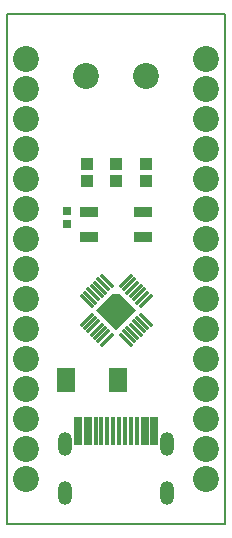
<source format=gbr>
G71*
G90*
G04 Quadcept GERBER*
%MOMM*%
%FSLAX44Y44*%
%ADD10C,0.2*%
%ADD11C,2.1*%
%ADD12C,2.2*%
%ADD13R,0.8X0.8*%
%ADD14O,1.2X2*%
%AMT15*0 Rectangle 45*21,1,0.3,1.45,0,0,45*%
%ADD15T15*%
%AMT16*0 Rectangle 135*21,1,0.3,1.45,0,0,135*%
%ADD16T16*%
%AMT17*0 Rectangle 225*21,1,0.3,1.45,0,0,225*%
%ADD17T17*%
%AMT18*0 Rectangle 315*21,1,0.3,1.45,0,0,315*%
%ADD18T18*%
%ADD19R,0.4X2.4*%
%ADD20R,0.7X2.4*%
%ADD21R,1X1.1*%
%ADD22R,1.6X2.1*%
%ADD23R,1.65X0.85*%
%ADD24R,1.65X0.85*%
G75*
G36*
G01X16971Y-35000D02*
G01X0000Y-51971D01*
G01X-16971Y-35000D01*
G01X-3036Y-21065D01*
G01X3036Y-21065D01*
G01X16971Y-35000D01*
G37*
G54D10*
G01X-92710Y-215900D02*
G01X92290Y-215900D01*
G01X92290Y-215900D02*
G01X92290Y215900D01*
G01X92290Y215900D02*
G01X-92710Y215900D01*
G01X-92710Y215900D02*
G01X-92710Y-215900D01*
G54D11*
X0000Y-35000D03*
G54D12*
X-76200Y-177800D03*
X76200D03*
X-76200Y-152400D03*
X76200D03*
X-76200Y-127000D03*
X76200D03*
X-76200Y-101600D03*
X76200D03*
X-76200Y-76200D03*
X76200D03*
X-76200Y-50800D03*
X76200D03*
X-76200Y-25400D03*
X76200D03*
X-76200Y0000D03*
X76200D03*
X-76200Y25400D03*
X76200D03*
X-76200Y50800D03*
X76200D03*
X-76200Y76200D03*
X76200D03*
X-76200Y101600D03*
X76200D03*
X-76200Y127000D03*
X76200D03*
X-76200Y152400D03*
X76200D03*
X-25400Y163000D03*
X25400D03*
X-76200Y177800D03*
X76200D03*
G54D13*
X-41392Y38208D03*
Y49208D03*
G54D14*
X-43200Y-190000D03*
X43200D03*
X-43200Y-148500D03*
X43200D03*
G54D15*
X7955Y-59926D03*
X10783Y-57097D03*
X13612Y-54269D03*
X16440Y-51440D03*
X19269Y-48612D03*
X22097Y-45783D03*
X24926Y-42955D03*
G54D16*
X24926Y-27045D03*
X22097Y-24217D03*
X19269Y-21388D03*
X16440Y-18560D03*
X13612Y-15731D03*
X10783Y-12903D03*
X7955Y-10074D03*
G54D17*
X-24926Y-27045D03*
X-22097Y-24217D03*
X-19269Y-21388D03*
X-16440Y-18560D03*
X-13612Y-15731D03*
X-10783Y-12903D03*
X-7955Y-10074D03*
G54D18*
X-7955Y-59926D03*
X-10783Y-57097D03*
X-13612Y-54269D03*
X-16440Y-51440D03*
X-19269Y-48612D03*
X-22097Y-45783D03*
X-24926Y-42955D03*
G54D19*
X-17500Y-137000D03*
X-12500D03*
X-7500D03*
X-2500D03*
X2500D03*
X7500D03*
X12500D03*
X17500D03*
G54D20*
X-32000Y-137000D03*
X-24000D03*
X24000D03*
X32000D03*
G54D21*
X-25000Y74200D03*
X0000D03*
X25000D03*
X-25000Y89200D03*
X0000D03*
X25000D03*
G54D22*
X-42787Y-94325D03*
X1213D03*
G54D23*
X-22750Y26750D03*
Y48250D03*
G54D24*
X22750Y26750D03*
Y48250D03*
M02*

</source>
